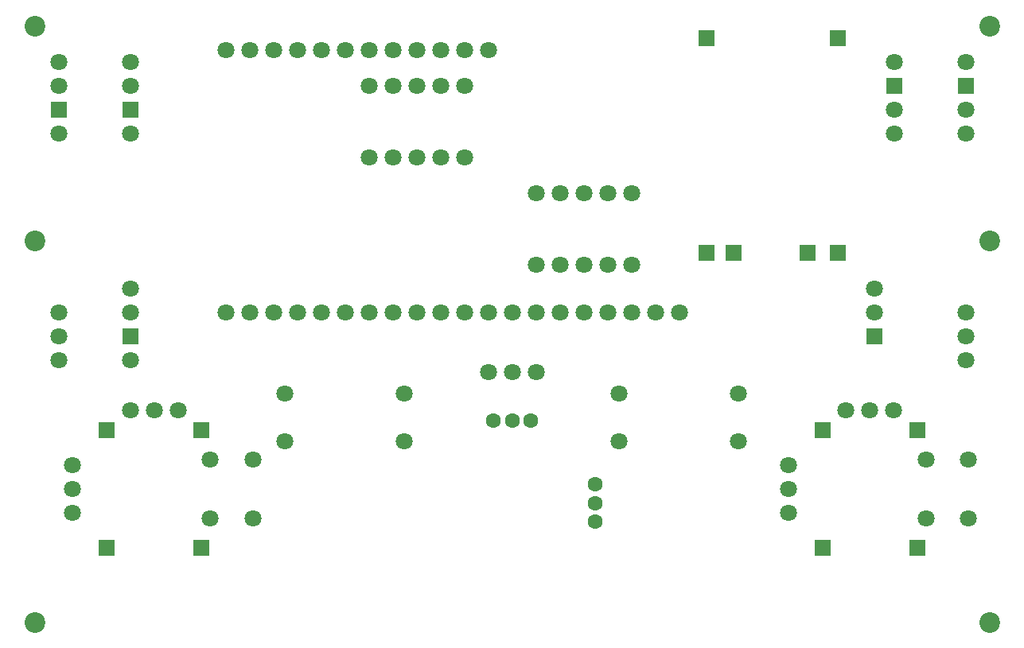
<source format=gts>
%TF.GenerationSoftware,KiCad,Pcbnew,9.0.0*%
%TF.CreationDate,2025-03-19T00:25:19-07:00*%
%TF.ProjectId,remote_v2,72656d6f-7465-45f7-9632-2e6b69636164,v0.4*%
%TF.SameCoordinates,Original*%
%TF.FileFunction,Soldermask,Top*%
%TF.FilePolarity,Negative*%
%FSLAX46Y46*%
G04 Gerber Fmt 4.6, Leading zero omitted, Abs format (unit mm)*
G04 Created by KiCad (PCBNEW 9.0.0) date 2025-03-19 00:25:19*
%MOMM*%
%LPD*%
G01*
G04 APERTURE LIST*
%ADD10C,1.800000*%
%ADD11R,1.800000X1.800000*%
%ADD12C,2.200000*%
%ADD13C,1.600000*%
G04 APERTURE END LIST*
D10*
%TO.C,RGB_LED4*%
X106680000Y-82550000D03*
D11*
X106680000Y-80010000D03*
D10*
X106680000Y-77470000D03*
X106680000Y-74930000D03*
%TD*%
D12*
%TO.C,REF\u002A\u002A*%
X96520000Y-93980000D03*
%TD*%
%TO.C,REF\u002A\u002A*%
X198120000Y-134620000D03*
%TD*%
D11*
%TO.C,THUMBSTICK1*%
X190440000Y-126670058D03*
X190440000Y-114170058D03*
X180340000Y-126670058D03*
X180340000Y-114170058D03*
D10*
X187930000Y-112020058D03*
X185390000Y-112020058D03*
X182850000Y-112020058D03*
X176690000Y-117880058D03*
X176690000Y-120420058D03*
X176690000Y-122960058D03*
X191340000Y-123570058D03*
X195890000Y-123570058D03*
X191340000Y-117270058D03*
X195890000Y-117270058D03*
%TD*%
%TO.C,ESP32_UWB1*%
X116840000Y-101600000D03*
X119380000Y-101600000D03*
X121920000Y-101600000D03*
X124460000Y-101600000D03*
X127000000Y-101600000D03*
X129540000Y-101600000D03*
X132080000Y-101600000D03*
X134620000Y-101600000D03*
X137160000Y-101600000D03*
X139700000Y-101600000D03*
X142240000Y-101600000D03*
X144780000Y-101600000D03*
X147320000Y-101600000D03*
X149860000Y-101600000D03*
X152400000Y-101600000D03*
X154940000Y-101600000D03*
X157480000Y-101600000D03*
X160020000Y-101600000D03*
X162560000Y-101600000D03*
X165100000Y-101600000D03*
X116840000Y-73660000D03*
X119380000Y-73660000D03*
X121920000Y-73660000D03*
X124460000Y-73660000D03*
X127000000Y-73660000D03*
X129540000Y-73660000D03*
X132080000Y-73660000D03*
X134620000Y-73660000D03*
X137160000Y-73660000D03*
X139700000Y-73660000D03*
X142240000Y-73660000D03*
X144780000Y-73660000D03*
%TD*%
%TO.C,ON_OFF_SWITCH1*%
X195580000Y-106680000D03*
X195580000Y-104140000D03*
X195580000Y-101600000D03*
%TD*%
%TO.C,BUTTON2*%
X123160000Y-110260058D03*
X123160000Y-115340058D03*
X135860000Y-110260058D03*
X135860000Y-115340058D03*
%TD*%
D13*
%TO.C,MINI_THUMBSTICK1*%
X145320000Y-113120000D03*
X147320000Y-113120000D03*
X149320000Y-113120000D03*
X156120000Y-123920000D03*
X156120000Y-121920000D03*
X156120000Y-119920000D03*
%TD*%
D10*
%TO.C,RGB_LED1*%
X187960000Y-74930000D03*
D11*
X187960000Y-77470000D03*
D10*
X187960000Y-80010000D03*
X187960000Y-82550000D03*
%TD*%
D11*
%TO.C,THUMBSTICK2*%
X114270000Y-126670058D03*
X114270000Y-114170058D03*
X104170000Y-126670058D03*
X104170000Y-114170058D03*
D10*
X111760000Y-112020058D03*
X109220000Y-112020058D03*
X106680000Y-112020058D03*
X100520000Y-117880058D03*
X100520000Y-120420058D03*
X100520000Y-122960058D03*
X115170000Y-123570058D03*
X119720000Y-123570058D03*
X115170000Y-117270058D03*
X119720000Y-117270058D03*
%TD*%
D12*
%TO.C,REF\u002A\u002A*%
X198120000Y-93980000D03*
%TD*%
%TO.C,REF\u002A\u002A*%
X198120000Y-71120000D03*
%TD*%
D10*
%TO.C,BUTTON1*%
X158720000Y-110260058D03*
X158720000Y-115340058D03*
X171420000Y-110260058D03*
X171420000Y-115340058D03*
%TD*%
%TO.C,RGB_LED2*%
X106680000Y-106680000D03*
D11*
X106680000Y-104140000D03*
D10*
X106680000Y-101600000D03*
X106680000Y-99060000D03*
%TD*%
D12*
%TO.C,REF\u002A\u002A*%
X96520000Y-134620000D03*
%TD*%
D10*
%TO.C,RGB_LED3*%
X99060000Y-82550000D03*
D11*
X99060000Y-80010000D03*
D10*
X99060000Y-77470000D03*
X99060000Y-74930000D03*
%TD*%
%TO.C,LOCK_SWITCH1*%
X144780000Y-107969000D03*
X147320000Y-107969000D03*
X149860000Y-107969000D03*
%TD*%
%TO.C,UWB_SELECTOR1*%
X99060000Y-106680000D03*
X99060000Y-104140000D03*
X99060000Y-101600000D03*
%TD*%
D12*
%TO.C,REF\u002A\u002A*%
X96520000Y-71120000D03*
%TD*%
D10*
%TO.C,RGB_LED5*%
X195580000Y-74930000D03*
D11*
X195580000Y-77470000D03*
D10*
X195580000Y-80010000D03*
X195580000Y-82550000D03*
%TD*%
%TO.C,R8*%
X154940000Y-96520000D03*
X154940000Y-88900000D03*
%TD*%
%TO.C,R2*%
X134620000Y-77470000D03*
X134620000Y-85090000D03*
%TD*%
D11*
%TO.C,5V_DC_DC_Converter1*%
X185860000Y-104140000D03*
D10*
X185860000Y-101600000D03*
X185860000Y-99060000D03*
%TD*%
%TO.C,R4*%
X139700000Y-77470000D03*
X139700000Y-85090000D03*
%TD*%
%TO.C,R9*%
X157480000Y-96520000D03*
X157480000Y-88900000D03*
%TD*%
%TO.C,R7*%
X152400000Y-96520000D03*
X152400000Y-88900000D03*
%TD*%
%TO.C,R1*%
X132080000Y-77470000D03*
X132080000Y-85090000D03*
%TD*%
%TO.C,R6*%
X149860000Y-96520000D03*
X149860000Y-88900000D03*
%TD*%
%TO.C,R10*%
X160020000Y-96520000D03*
X160020000Y-88900000D03*
%TD*%
D11*
%TO.C,3.7V_BATTERY_CHARGER1*%
X167995000Y-72390000D03*
X181965000Y-72390000D03*
X167995000Y-95250000D03*
X170895000Y-95250000D03*
X178765000Y-95250000D03*
X181965000Y-95250000D03*
%TD*%
D10*
%TO.C,R3*%
X137160000Y-77470000D03*
X137160000Y-85090000D03*
%TD*%
%TO.C,R5*%
X142240000Y-77470000D03*
X142240000Y-85090000D03*
%TD*%
M02*

</source>
